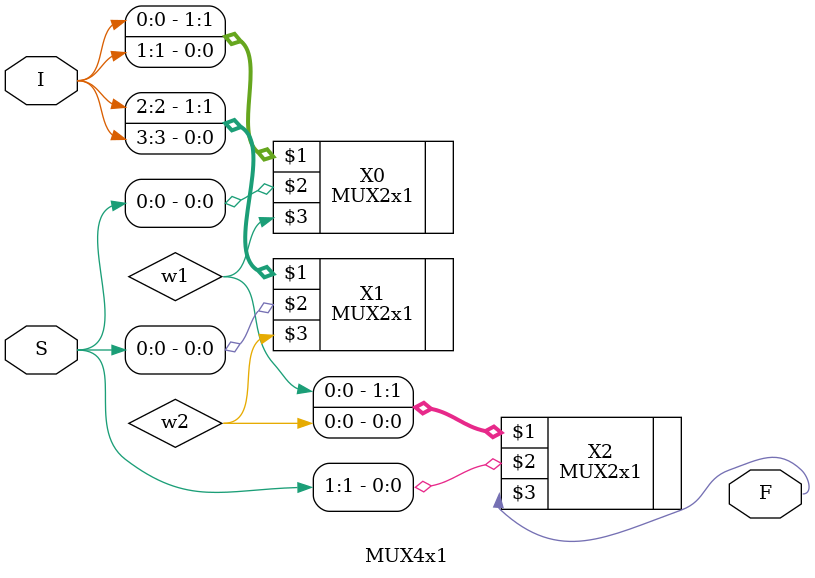
<source format=v>
`timescale 1ns / 1ps
module MUX4x1(I,S,F);
input [3:0]I; input [1:0]S; output F; wire w1,w2;
MUX2x1 X0({I[0],I[1]},S[0],w1);
MUX2x1 X1({I[2],I[3]},S[0],w2);
MUX2x1 X2({w1,w2},S[1],F);
endmodule

</source>
